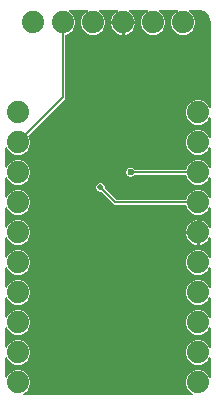
<source format=gbl>
G04*
G04 #@! TF.GenerationSoftware,Altium Limited,Altium Designer,24.5.2 (23)*
G04*
G04 Layer_Physical_Order=2*
G04 Layer_Color=16711680*
%FSLAX44Y44*%
%MOMM*%
G71*
G04*
G04 #@! TF.SameCoordinates,744F509C-48B8-48A5-B679-473435836381*
G04*
G04*
G04 #@! TF.FilePolarity,Positive*
G04*
G01*
G75*
%ADD10C,0.2000*%
%ADD18C,1.8796*%
%ADD19C,0.5000*%
%ADD20C,0.6000*%
G36*
X269525Y328045D02*
X272158Y326954D01*
X274419Y325219D01*
X276154Y322958D01*
X277244Y320325D01*
X277616Y317502D01*
X277616Y317500D01*
Y245933D01*
X276467Y245351D01*
X276346Y245389D01*
X275021Y247684D01*
X273085Y249620D01*
X270714Y250989D01*
X268069Y251698D01*
X265331D01*
X262687Y250989D01*
X260315Y249620D01*
X258379Y247684D01*
X257011Y245313D01*
X256302Y242669D01*
Y239931D01*
X257011Y237286D01*
X258379Y234916D01*
X260315Y232980D01*
X262687Y231611D01*
X265331Y230902D01*
X268069D01*
X270714Y231611D01*
X273085Y232980D01*
X275021Y234916D01*
X276346Y237211D01*
X276467Y237249D01*
X277616Y236667D01*
Y220533D01*
X276467Y219951D01*
X276346Y219989D01*
X275021Y222285D01*
X273085Y224221D01*
X270714Y225589D01*
X268069Y226298D01*
X265331D01*
X262687Y225589D01*
X260315Y224221D01*
X258379Y222285D01*
X257011Y219914D01*
X256302Y217269D01*
Y214531D01*
X257011Y211887D01*
X258379Y209515D01*
X260315Y207579D01*
X262687Y206211D01*
X265331Y205502D01*
X268069D01*
X270714Y206211D01*
X273085Y207579D01*
X275021Y209515D01*
X276346Y211811D01*
X276467Y211849D01*
X277616Y211267D01*
Y195133D01*
X276467Y194551D01*
X276346Y194589D01*
X275021Y196884D01*
X273085Y198820D01*
X270714Y200189D01*
X268069Y200898D01*
X265331D01*
X262687Y200189D01*
X260315Y198820D01*
X258379Y196884D01*
X257011Y194513D01*
X256482Y192539D01*
X213035D01*
X212941Y192766D01*
X211816Y193891D01*
X210346Y194500D01*
X208754D01*
X207284Y193891D01*
X206159Y192766D01*
X205550Y191296D01*
Y189704D01*
X206159Y188234D01*
X207284Y187109D01*
X208754Y186500D01*
X210346D01*
X211816Y187109D01*
X212941Y188234D01*
X213035Y188461D01*
X256482D01*
X257011Y186486D01*
X258379Y184116D01*
X260315Y182180D01*
X262687Y180811D01*
X265331Y180102D01*
X268069D01*
X270714Y180811D01*
X273085Y182180D01*
X275021Y184116D01*
X276346Y186411D01*
X276467Y186449D01*
X277616Y185867D01*
Y169733D01*
X276467Y169151D01*
X276346Y169189D01*
X275021Y171485D01*
X273085Y173421D01*
X270714Y174789D01*
X268069Y175498D01*
X265331D01*
X262687Y174789D01*
X260315Y173421D01*
X258379Y171485D01*
X257011Y169114D01*
X256482Y167139D01*
X197545D01*
X187500Y177184D01*
Y178496D01*
X186967Y179783D01*
X185983Y180767D01*
X184696Y181300D01*
X183304D01*
X182017Y180767D01*
X181033Y179783D01*
X180500Y178496D01*
Y177104D01*
X181033Y175817D01*
X182017Y174833D01*
X183304Y174300D01*
X184616D01*
X195258Y163658D01*
X195258Y163658D01*
X195920Y163216D01*
X196700Y163061D01*
X196700Y163061D01*
X256482D01*
X257011Y161087D01*
X258379Y158715D01*
X260315Y156779D01*
X262687Y155411D01*
X265331Y154702D01*
X268069D01*
X270714Y155411D01*
X273085Y156779D01*
X275021Y158715D01*
X276346Y161011D01*
X276467Y161049D01*
X277616Y160467D01*
Y144333D01*
X276467Y143751D01*
X276346Y143789D01*
X275021Y146084D01*
X273085Y148020D01*
X270714Y149389D01*
X268069Y150098D01*
X267970D01*
Y139700D01*
Y129302D01*
X268069D01*
X270714Y130011D01*
X273085Y131379D01*
X275021Y133315D01*
X276346Y135611D01*
X276467Y135649D01*
X277616Y135067D01*
Y118933D01*
X276467Y118351D01*
X276346Y118389D01*
X275021Y120684D01*
X273085Y122620D01*
X270714Y123989D01*
X268069Y124698D01*
X265331D01*
X262687Y123989D01*
X260315Y122620D01*
X258379Y120684D01*
X257011Y118314D01*
X256302Y115669D01*
Y112931D01*
X257011Y110287D01*
X258379Y107915D01*
X260315Y105979D01*
X262687Y104611D01*
X265331Y103902D01*
X268069D01*
X270714Y104611D01*
X273085Y105979D01*
X275021Y107915D01*
X276346Y110211D01*
X276467Y110249D01*
X277616Y109667D01*
Y93533D01*
X276467Y92951D01*
X276346Y92989D01*
X275021Y95285D01*
X273085Y97220D01*
X270714Y98589D01*
X268069Y99298D01*
X265331D01*
X262687Y98589D01*
X260315Y97220D01*
X258379Y95285D01*
X257011Y92914D01*
X256302Y90269D01*
Y87531D01*
X257011Y84887D01*
X258379Y82515D01*
X260315Y80580D01*
X262687Y79211D01*
X265331Y78502D01*
X268069D01*
X270714Y79211D01*
X273085Y80580D01*
X275021Y82515D01*
X276346Y84811D01*
X276467Y84849D01*
X277616Y84267D01*
Y68133D01*
X276467Y67551D01*
X276346Y67589D01*
X275021Y69885D01*
X273085Y71821D01*
X270714Y73189D01*
X268069Y73898D01*
X265331D01*
X262687Y73189D01*
X260315Y71821D01*
X258379Y69885D01*
X257011Y67513D01*
X256302Y64869D01*
Y62131D01*
X257011Y59486D01*
X258379Y57116D01*
X260315Y55180D01*
X262687Y53811D01*
X265331Y53102D01*
X268069D01*
X270714Y53811D01*
X273085Y55180D01*
X275021Y57116D01*
X276346Y59411D01*
X276467Y59449D01*
X277616Y58867D01*
Y42733D01*
X276467Y42151D01*
X276346Y42189D01*
X275021Y44485D01*
X273085Y46420D01*
X270714Y47789D01*
X268069Y48498D01*
X265331D01*
X262687Y47789D01*
X260315Y46420D01*
X258379Y44485D01*
X257011Y42113D01*
X256302Y39469D01*
Y36731D01*
X257011Y34086D01*
X258379Y31716D01*
X260315Y29780D01*
X262687Y28411D01*
X265331Y27702D01*
X268069D01*
X270714Y28411D01*
X273085Y29780D01*
X275021Y31716D01*
X276346Y34011D01*
X276467Y34049D01*
X277616Y33467D01*
Y17333D01*
X276467Y16751D01*
X276346Y16789D01*
X275021Y19085D01*
X273085Y21021D01*
X270714Y22389D01*
X268069Y23098D01*
X265331D01*
X262687Y22389D01*
X260315Y21021D01*
X258379Y19085D01*
X257011Y16714D01*
X256302Y14069D01*
Y11331D01*
X257011Y8687D01*
X258379Y6316D01*
X260315Y4379D01*
X262611Y3054D01*
X262649Y2933D01*
X262067Y1784D01*
X118933D01*
X118351Y2933D01*
X118389Y3054D01*
X120684Y4379D01*
X122620Y6316D01*
X123989Y8687D01*
X124698Y11331D01*
Y14069D01*
X123989Y16714D01*
X122620Y19085D01*
X120684Y21021D01*
X118314Y22389D01*
X115669Y23098D01*
X112931D01*
X110287Y22389D01*
X107915Y21021D01*
X105979Y19085D01*
X104654Y16789D01*
X104533Y16751D01*
X103384Y17333D01*
Y33467D01*
X104533Y34049D01*
X104654Y34011D01*
X105979Y31716D01*
X107915Y29780D01*
X110287Y28411D01*
X112931Y27702D01*
X115669D01*
X118314Y28411D01*
X120684Y29780D01*
X122620Y31716D01*
X123989Y34086D01*
X124698Y36731D01*
Y39469D01*
X123989Y42113D01*
X122620Y44485D01*
X120684Y46420D01*
X118314Y47789D01*
X115669Y48498D01*
X112931D01*
X110287Y47789D01*
X107915Y46420D01*
X105979Y44485D01*
X104654Y42189D01*
X104533Y42151D01*
X103384Y42733D01*
Y58867D01*
X104533Y59449D01*
X104654Y59411D01*
X105979Y57116D01*
X107915Y55180D01*
X110287Y53811D01*
X112931Y53102D01*
X115669D01*
X118314Y53811D01*
X120684Y55180D01*
X122620Y57116D01*
X123989Y59486D01*
X124698Y62131D01*
Y64869D01*
X123989Y67513D01*
X122620Y69885D01*
X120684Y71821D01*
X118314Y73189D01*
X115669Y73898D01*
X112931D01*
X110287Y73189D01*
X107915Y71821D01*
X105979Y69885D01*
X104654Y67589D01*
X104533Y67551D01*
X103384Y68133D01*
Y84267D01*
X104533Y84849D01*
X104654Y84811D01*
X105979Y82515D01*
X107915Y80580D01*
X110287Y79211D01*
X112931Y78502D01*
X115669D01*
X118314Y79211D01*
X120684Y80580D01*
X122620Y82515D01*
X123989Y84887D01*
X124698Y87531D01*
Y90269D01*
X123989Y92914D01*
X122620Y95285D01*
X120684Y97220D01*
X118314Y98589D01*
X115669Y99298D01*
X112931D01*
X110287Y98589D01*
X107915Y97220D01*
X105979Y95285D01*
X104654Y92989D01*
X104533Y92951D01*
X103384Y93533D01*
Y109667D01*
X104533Y110249D01*
X104654Y110211D01*
X105979Y107915D01*
X107915Y105979D01*
X110287Y104611D01*
X112931Y103902D01*
X115669D01*
X118314Y104611D01*
X120684Y105979D01*
X122620Y107915D01*
X123989Y110287D01*
X124698Y112931D01*
Y115669D01*
X123989Y118314D01*
X122620Y120684D01*
X120684Y122620D01*
X118314Y123989D01*
X115669Y124698D01*
X112931D01*
X110287Y123989D01*
X107915Y122620D01*
X105979Y120684D01*
X104654Y118389D01*
X104533Y118351D01*
X103384Y118933D01*
Y135067D01*
X104533Y135649D01*
X104654Y135611D01*
X105979Y133315D01*
X107915Y131379D01*
X110287Y130011D01*
X112931Y129302D01*
X115669D01*
X118314Y130011D01*
X120684Y131379D01*
X122620Y133315D01*
X123989Y135687D01*
X124698Y138331D01*
Y141069D01*
X123989Y143714D01*
X122620Y146084D01*
X120684Y148020D01*
X118314Y149389D01*
X115669Y150098D01*
X112931D01*
X110287Y149389D01*
X107915Y148020D01*
X105979Y146084D01*
X104654Y143789D01*
X104533Y143751D01*
X103384Y144333D01*
Y160467D01*
X104533Y161049D01*
X104654Y161011D01*
X105979Y158715D01*
X107915Y156779D01*
X110287Y155411D01*
X112931Y154702D01*
X115669D01*
X118314Y155411D01*
X120684Y156779D01*
X122620Y158715D01*
X123989Y161087D01*
X124698Y163731D01*
Y166469D01*
X123989Y169114D01*
X122620Y171485D01*
X120684Y173421D01*
X118314Y174789D01*
X115669Y175498D01*
X112931D01*
X110287Y174789D01*
X107915Y173421D01*
X105979Y171485D01*
X104654Y169189D01*
X104533Y169151D01*
X103384Y169733D01*
Y185867D01*
X104533Y186449D01*
X104654Y186411D01*
X105979Y184116D01*
X107915Y182180D01*
X110287Y180811D01*
X112931Y180102D01*
X115669D01*
X118314Y180811D01*
X120684Y182180D01*
X122620Y184116D01*
X123989Y186486D01*
X124698Y189131D01*
Y191869D01*
X123989Y194513D01*
X122620Y196884D01*
X120684Y198820D01*
X118314Y200189D01*
X115669Y200898D01*
X112931D01*
X110287Y200189D01*
X107915Y198820D01*
X105979Y196884D01*
X104654Y194589D01*
X104533Y194551D01*
X103384Y195133D01*
Y211267D01*
X104533Y211849D01*
X104654Y211811D01*
X105979Y209515D01*
X107915Y207579D01*
X110287Y206211D01*
X112931Y205502D01*
X115669D01*
X118314Y206211D01*
X120684Y207579D01*
X122620Y209515D01*
X123989Y211887D01*
X124698Y214531D01*
Y217269D01*
X123989Y219914D01*
X122967Y221684D01*
X153842Y252558D01*
X153842Y252558D01*
X154284Y253220D01*
X154439Y254000D01*
Y307282D01*
X156413Y307811D01*
X158785Y309179D01*
X160721Y311115D01*
X162089Y313486D01*
X162798Y316131D01*
Y318869D01*
X162089Y321513D01*
X160721Y323885D01*
X158785Y325821D01*
X156489Y327146D01*
X156451Y327267D01*
X157033Y328416D01*
X173167D01*
X173749Y327267D01*
X173711Y327146D01*
X171416Y325821D01*
X169480Y323885D01*
X168111Y321513D01*
X167402Y318869D01*
Y316131D01*
X168111Y313486D01*
X169480Y311115D01*
X171416Y309179D01*
X173787Y307811D01*
X176431Y307102D01*
X179169D01*
X181814Y307811D01*
X184184Y309179D01*
X186120Y311115D01*
X187489Y313486D01*
X188198Y316131D01*
Y318869D01*
X187489Y321513D01*
X186120Y323885D01*
X184184Y325821D01*
X181889Y327146D01*
X181851Y327267D01*
X182433Y328416D01*
X198567D01*
X199149Y327267D01*
X199111Y327146D01*
X196815Y325821D01*
X194879Y323885D01*
X193511Y321513D01*
X192802Y318869D01*
Y318770D01*
X203200D01*
X213598D01*
Y318869D01*
X212889Y321513D01*
X211521Y323885D01*
X209585Y325821D01*
X207289Y327146D01*
X207251Y327267D01*
X207833Y328416D01*
X223967D01*
X224549Y327267D01*
X224511Y327146D01*
X222215Y325821D01*
X220280Y323885D01*
X218911Y321513D01*
X218202Y318869D01*
Y316131D01*
X218911Y313486D01*
X220280Y311115D01*
X222215Y309179D01*
X224587Y307811D01*
X227231Y307102D01*
X229969D01*
X232614Y307811D01*
X234984Y309179D01*
X236921Y311115D01*
X238289Y313486D01*
X238998Y316131D01*
Y318869D01*
X238289Y321513D01*
X236921Y323885D01*
X234984Y325821D01*
X232689Y327146D01*
X232651Y327267D01*
X233233Y328416D01*
X249367D01*
X249949Y327267D01*
X249911Y327146D01*
X247616Y325821D01*
X245679Y323885D01*
X244311Y321513D01*
X243602Y318869D01*
Y316131D01*
X244311Y313486D01*
X245679Y311115D01*
X247616Y309179D01*
X249986Y307811D01*
X252631Y307102D01*
X255369D01*
X258013Y307811D01*
X260385Y309179D01*
X262320Y311115D01*
X263689Y313486D01*
X264398Y316131D01*
Y318869D01*
X263689Y321513D01*
X262320Y323885D01*
X260385Y325821D01*
X258089Y327146D01*
X258051Y327267D01*
X258633Y328416D01*
X266700D01*
X266702Y328416D01*
X269525Y328045D01*
D02*
G37*
%LPC*%
G36*
X213598Y316230D02*
X204470D01*
Y307102D01*
X204569D01*
X207213Y307811D01*
X209585Y309179D01*
X211521Y311115D01*
X212889Y313486D01*
X213598Y316131D01*
Y316230D01*
D02*
G37*
G36*
X201930D02*
X192802D01*
Y316131D01*
X193511Y313486D01*
X194879Y311115D01*
X196815Y309179D01*
X199186Y307811D01*
X201831Y307102D01*
X201930D01*
Y316230D01*
D02*
G37*
G36*
X265430Y150098D02*
X265331D01*
X262687Y149389D01*
X260315Y148020D01*
X258379Y146084D01*
X257011Y143714D01*
X256302Y141069D01*
Y140970D01*
X265430D01*
Y150098D01*
D02*
G37*
G36*
Y138430D02*
X256302D01*
Y138331D01*
X257011Y135687D01*
X258379Y133315D01*
X260315Y131379D01*
X262687Y130011D01*
X265331Y129302D01*
X265430D01*
Y138430D01*
D02*
G37*
%LPD*%
D10*
X209550Y190500D02*
X266700D01*
X184000Y177800D02*
X196700Y165100D01*
X266700D01*
X152400Y254000D02*
Y317500D01*
X114300Y215900D02*
X152400Y254000D01*
D18*
X254000Y317500D02*
D03*
X228600D02*
D03*
X203200D02*
D03*
X177800D02*
D03*
X152400D02*
D03*
X127000D02*
D03*
X266700Y12700D02*
D03*
Y38100D02*
D03*
Y63500D02*
D03*
Y88900D02*
D03*
Y114300D02*
D03*
Y139700D02*
D03*
Y165100D02*
D03*
Y190500D02*
D03*
Y215900D02*
D03*
Y241300D02*
D03*
X114300D02*
D03*
Y215900D02*
D03*
Y190500D02*
D03*
Y165100D02*
D03*
Y139700D02*
D03*
Y114300D02*
D03*
Y88900D02*
D03*
Y63500D02*
D03*
Y38100D02*
D03*
Y12700D02*
D03*
D19*
X184000Y177800D02*
D03*
D20*
X184150Y88900D02*
D03*
X209550Y190500D02*
D03*
M02*

</source>
